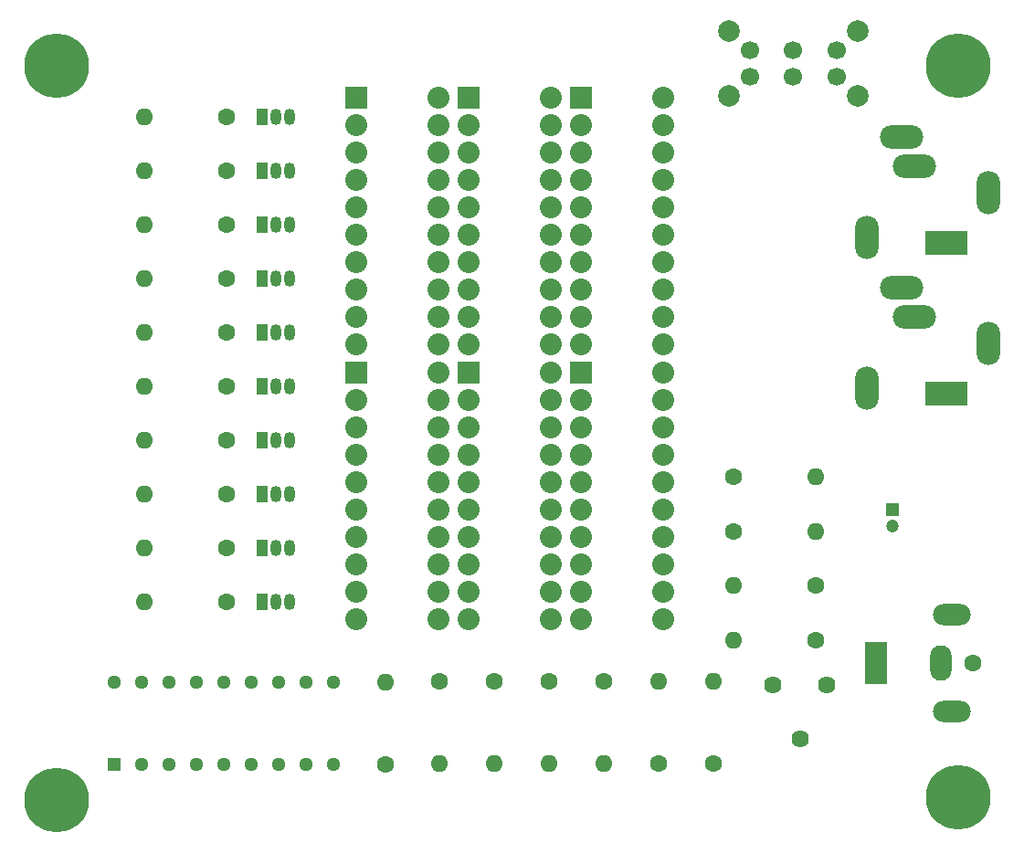
<source format=gts>
G04 #@! TF.GenerationSoftware,KiCad,Pcbnew,(5.1.0)-1*
G04 #@! TF.CreationDate,2019-05-23T23:37:30-04:00*
G04 #@! TF.ProjectId,KITT Voicebox 12v,4b495454-2056-46f6-9963-65626f782031,rev?*
G04 #@! TF.SameCoordinates,Original*
G04 #@! TF.FileFunction,Soldermask,Top*
G04 #@! TF.FilePolarity,Negative*
%FSLAX46Y46*%
G04 Gerber Fmt 4.6, Leading zero omitted, Abs format (unit mm)*
G04 Created by KiCad (PCBNEW (5.1.0)-1) date 2019-05-23 23:37:30*
%MOMM*%
%LPD*%
G04 APERTURE LIST*
%ADD10C,1.700000*%
%ADD11C,2.000000*%
%ADD12C,1.620000*%
%ADD13C,6.000000*%
%ADD14O,1.600000X1.600000*%
%ADD15C,1.600000*%
%ADD16R,1.050000X1.500000*%
%ADD17O,1.050000X1.500000*%
%ADD18C,2.032000*%
%ADD19R,2.032000X2.032000*%
%ADD20R,1.200000X1.200000*%
%ADD21C,1.200000*%
%ADD22R,4.000000X2.200000*%
%ADD23O,2.200000X4.000000*%
%ADD24O,4.000000X2.200000*%
%ADD25R,2.000000X4.000000*%
%ADD26O,2.000000X3.300000*%
%ADD27O,3.500000X2.000000*%
%ADD28R,1.298000X1.298000*%
%ADD29C,1.298000*%
G04 APERTURE END LIST*
D10*
X169544000Y-48808000D03*
X165544000Y-48808000D03*
X161544000Y-48808000D03*
X169544000Y-51308000D03*
X165544000Y-51308000D03*
X161544000Y-51308000D03*
D11*
X159544000Y-47058000D03*
X171544000Y-47058000D03*
X171544000Y-53058000D03*
X159544000Y-53058000D03*
D12*
X168656000Y-107696000D03*
X166156000Y-112696000D03*
X163656000Y-107696000D03*
D13*
X180848000Y-118110000D03*
X180848000Y-50292000D03*
D14*
X105410000Y-70000000D03*
D15*
X113030000Y-70000000D03*
D16*
X116350000Y-75000000D03*
D17*
X118890000Y-75000000D03*
X117620000Y-75000000D03*
D13*
X97282000Y-118364000D03*
X97282000Y-50292000D03*
D18*
X143060000Y-78700000D03*
X143060000Y-81240000D03*
X143060000Y-83780000D03*
X143060000Y-86320000D03*
X135440000Y-99020000D03*
X135440000Y-101560000D03*
X143060000Y-101560000D03*
X143060000Y-99020000D03*
X135440000Y-96480000D03*
X135440000Y-93940000D03*
X135440000Y-91400000D03*
X135440000Y-88860000D03*
X143060000Y-88860000D03*
X143060000Y-91400000D03*
X143060000Y-93940000D03*
X143060000Y-96480000D03*
X135440000Y-86320000D03*
X135440000Y-83780000D03*
X135440000Y-81240000D03*
D19*
X135440000Y-78700000D03*
D15*
X132715000Y-107315000D03*
D14*
X132715000Y-114935000D03*
D19*
X125000000Y-53190000D03*
D18*
X125000000Y-55730000D03*
X125000000Y-58270000D03*
X125000000Y-60810000D03*
X132620000Y-70970000D03*
X132620000Y-68430000D03*
X132620000Y-65890000D03*
X132620000Y-63350000D03*
X125000000Y-63350000D03*
X125000000Y-65890000D03*
X125000000Y-68430000D03*
X125000000Y-70970000D03*
X132620000Y-73510000D03*
X132620000Y-76050000D03*
X125000000Y-76050000D03*
X125000000Y-73510000D03*
X132620000Y-60810000D03*
X132620000Y-58270000D03*
X132620000Y-55730000D03*
X132620000Y-53190000D03*
D19*
X135440000Y-53190000D03*
D18*
X135440000Y-55730000D03*
X135440000Y-58270000D03*
X135440000Y-60810000D03*
X143060000Y-70970000D03*
X143060000Y-68430000D03*
X143060000Y-65890000D03*
X143060000Y-63350000D03*
X135440000Y-63350000D03*
X135440000Y-65890000D03*
X135440000Y-68430000D03*
X135440000Y-70970000D03*
X143060000Y-73510000D03*
X143060000Y-76050000D03*
X135440000Y-76050000D03*
X135440000Y-73510000D03*
X143060000Y-60810000D03*
X143060000Y-58270000D03*
X143060000Y-55730000D03*
X143060000Y-53190000D03*
D17*
X117620000Y-80000000D03*
X118890000Y-80000000D03*
D16*
X116350000Y-80000000D03*
D18*
X132620000Y-78700000D03*
X132620000Y-81240000D03*
X132620000Y-83780000D03*
X132620000Y-86320000D03*
X125000000Y-99020000D03*
X125000000Y-101560000D03*
X132620000Y-101560000D03*
X132620000Y-99020000D03*
X125000000Y-96480000D03*
X125000000Y-93940000D03*
X125000000Y-91400000D03*
X125000000Y-88860000D03*
X132620000Y-88860000D03*
X132620000Y-91400000D03*
X132620000Y-93940000D03*
X132620000Y-96480000D03*
X125000000Y-86320000D03*
X125000000Y-83780000D03*
X125000000Y-81240000D03*
D19*
X125000000Y-78700000D03*
X145880000Y-53190000D03*
D18*
X145880000Y-55730000D03*
X145880000Y-58270000D03*
X145880000Y-60810000D03*
X153500000Y-70970000D03*
X153500000Y-68430000D03*
X153500000Y-65890000D03*
X153500000Y-63350000D03*
X145880000Y-63350000D03*
X145880000Y-65890000D03*
X145880000Y-68430000D03*
X145880000Y-70970000D03*
X153500000Y-73510000D03*
X153500000Y-76050000D03*
X145880000Y-76050000D03*
X145880000Y-73510000D03*
X153500000Y-60810000D03*
X153500000Y-58270000D03*
X153500000Y-55730000D03*
X153500000Y-53190000D03*
X153500000Y-78700000D03*
X153500000Y-81240000D03*
X153500000Y-83780000D03*
X153500000Y-86320000D03*
X145880000Y-99020000D03*
X145880000Y-101560000D03*
X153500000Y-101560000D03*
X153500000Y-99020000D03*
X145880000Y-96480000D03*
X145880000Y-93940000D03*
X145880000Y-91400000D03*
X145880000Y-88860000D03*
X153500000Y-88860000D03*
X153500000Y-91400000D03*
X153500000Y-93940000D03*
X153500000Y-96480000D03*
X145880000Y-86320000D03*
X145880000Y-83780000D03*
X145880000Y-81240000D03*
D19*
X145880000Y-78700000D03*
D20*
X174752000Y-91440000D03*
D21*
X174752000Y-92940000D03*
D22*
X179705000Y-80645000D03*
D23*
X172405000Y-80145000D03*
D24*
X176805000Y-73545000D03*
X175605000Y-70845000D03*
D23*
X183605000Y-76045000D03*
X183605000Y-62075000D03*
D24*
X175605000Y-56875000D03*
X176805000Y-59575000D03*
D23*
X172405000Y-66175000D03*
D22*
X179705000Y-66675000D03*
D25*
X173228000Y-105664000D03*
D26*
X179228000Y-105664000D03*
D27*
X180228000Y-101164000D03*
X180228000Y-110164000D03*
D15*
X182228000Y-105664000D03*
D16*
X116350000Y-55000000D03*
D17*
X118890000Y-55000000D03*
X117620000Y-55000000D03*
X117620000Y-60000000D03*
X118890000Y-60000000D03*
D16*
X116350000Y-60000000D03*
X116350000Y-65000000D03*
D17*
X118890000Y-65000000D03*
X117620000Y-65000000D03*
X117620000Y-70000000D03*
X118890000Y-70000000D03*
D16*
X116350000Y-70000000D03*
X116350000Y-85000000D03*
D17*
X118890000Y-85000000D03*
X117620000Y-85000000D03*
X117620000Y-90000000D03*
X118890000Y-90000000D03*
D16*
X116350000Y-90000000D03*
X116350000Y-95000000D03*
D17*
X118890000Y-95000000D03*
X117620000Y-95000000D03*
X117620000Y-100000000D03*
X118890000Y-100000000D03*
D16*
X116350000Y-100000000D03*
D14*
X167640000Y-93472000D03*
D15*
X160020000Y-93472000D03*
X160020000Y-88392000D03*
D14*
X167640000Y-88392000D03*
D15*
X127762000Y-115062000D03*
D14*
X127762000Y-107442000D03*
D15*
X113030000Y-55000000D03*
D14*
X105410000Y-55000000D03*
X105410000Y-60000000D03*
D15*
X113030000Y-60000000D03*
X113030000Y-65000000D03*
D14*
X105410000Y-65000000D03*
D15*
X113030000Y-75000000D03*
D14*
X105410000Y-75000000D03*
X105410000Y-80010000D03*
D15*
X113030000Y-80010000D03*
X113030000Y-85000000D03*
D14*
X105410000Y-85000000D03*
X105410000Y-90000000D03*
D15*
X113030000Y-90000000D03*
X113030000Y-95000000D03*
D14*
X105410000Y-95000000D03*
X105410000Y-100000000D03*
D15*
X113030000Y-100000000D03*
X167640000Y-98425000D03*
D14*
X160020000Y-98425000D03*
X158115000Y-107315000D03*
D15*
X158115000Y-114935000D03*
D14*
X142875000Y-114935000D03*
D15*
X142875000Y-107315000D03*
D14*
X160020000Y-103505000D03*
D15*
X167640000Y-103505000D03*
D14*
X137795000Y-114935000D03*
D15*
X137795000Y-107315000D03*
X153035000Y-114935000D03*
D14*
X153035000Y-107315000D03*
D15*
X147955000Y-107315000D03*
D14*
X147955000Y-114935000D03*
D28*
X102616000Y-115062000D03*
D29*
X105156000Y-115062000D03*
X107696000Y-115062000D03*
X110236000Y-115062000D03*
X112776000Y-115062000D03*
X115316000Y-115062000D03*
X117856000Y-115062000D03*
X120396000Y-115062000D03*
X122936000Y-115062000D03*
X122936000Y-107442000D03*
X120396000Y-107442000D03*
X117856000Y-107442000D03*
X115316000Y-107442000D03*
X112776000Y-107442000D03*
X110236000Y-107442000D03*
X107696000Y-107442000D03*
X105156000Y-107442000D03*
X102616000Y-107442000D03*
M02*

</source>
